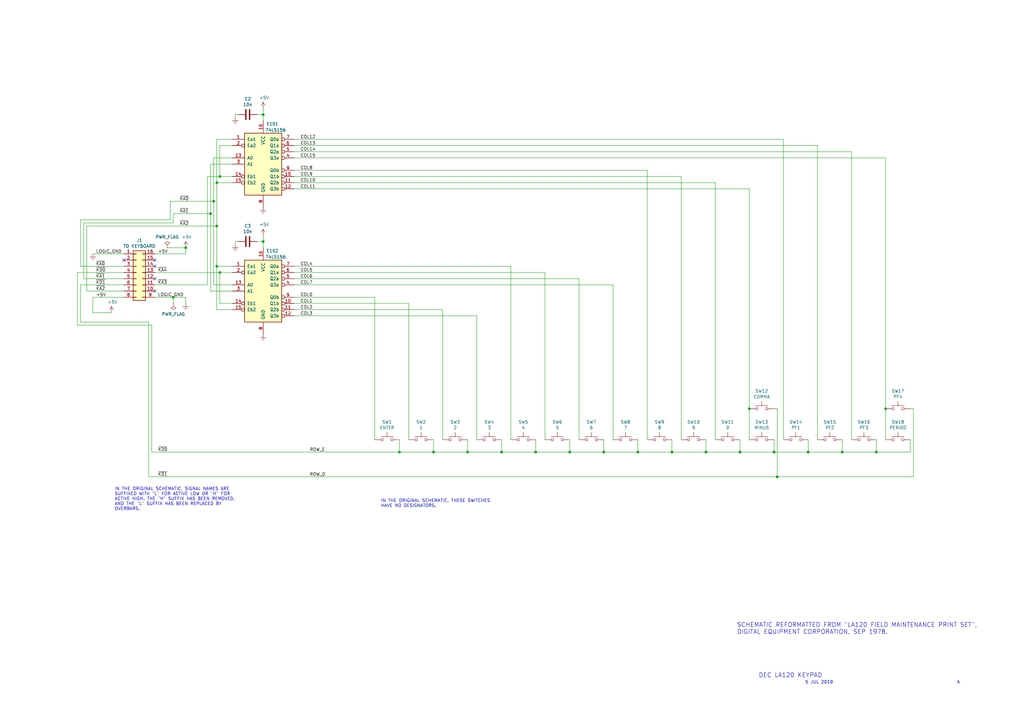
<source format=kicad_sch>
(kicad_sch (version 20230121) (generator eeschema)
  (paper "A3")
  (lib_symbols
    (symbol "74xx:74LS156" (pin_names (offset 1.016))
      (property "Reference" "U" (at -7.62 13.97 0))
      (property "Value" "74LS156" (at -7.62 -13.97 0))
      (symbol "74LS156_1_0"
        (pin input line (at -12.7 10.16 0) (length 5.08) (name "Ea1") (number "1"))
        (pin output inverted (at 12.7 -5.08 180) (length 5.08) (name "Q1b") (number "10"))
        (pin output inverted (at 12.7 -7.62 180) (length 5.08) (name "Q2b") (number "11"))
        (pin output inverted (at 12.7 -10.16 180) (length 5.08) (name "Q3b") (number "12"))
        (pin input line (at -12.7 2.54 0) (length 5.08) (name "A0") (number "13"))
        (pin input inverted (at -12.7 -5.08 0) (length 5.08) (name "Eb1") (number "14"))
        (pin input inverted (at -12.7 -7.62 0) (length 5.08) (name "Eb2") (number "15"))
        (pin power_in line (at 0 17.78 270) (length 5.08) (name "VCC") (number "16"))
        (pin input inverted (at -12.7 7.62 0) (length 5.08) (name "Ea2") (number "2"))
        (pin input line (at -12.7 0 0) (length 5.08) (name "A1") (number "3"))
        (pin output inverted (at 12.7 2.54 180) (length 5.08) (name "Q3a") (number "4"))
        (pin output inverted (at 12.7 5.08 180) (length 5.08) (name "Q2a") (number "5"))
        (pin output inverted (at 12.7 7.62 180) (length 5.08) (name "Q1a") (number "6"))
        (pin output inverted (at 12.7 10.16 180) (length 5.08) (name "Q0a") (number "7"))
        (pin power_in line (at 0 -17.78 90) (length 5.08) (name "GND") (number "8"))
        (pin output inverted (at 12.7 -2.54 180) (length 5.08) (name "Q0b") (number "9"))
      )
      (symbol "74LS156_1_1"
        (rectangle (start -7.62 12.7) (end 7.62 -12.7) (stroke (width 0.254)) (fill (type background)))
      )
    )
    (symbol "Connector_Generic:Conn_02x08_Counter_Clockwise" (pin_names (offset 1.016) hide)
      (property "Reference" "J" (at 1.27 10.16 0))
      (property "Value" "Conn_02x08_Counter_Clockwise" (at 1.27 -12.7 0))
      (symbol "Conn_02x08_Counter_Clockwise_1_1"
        (rectangle (start -1.27 -10.033) (end 0 -10.287) (stroke (width 0.1524)))
        (rectangle (start -1.27 -7.493) (end 0 -7.747) (stroke (width 0.1524)))
        (rectangle (start -1.27 -4.953) (end 0 -5.207) (stroke (width 0.1524)))
        (rectangle (start -1.27 -2.413) (end 0 -2.667) (stroke (width 0.1524)))
        (rectangle (start -1.27 0.127) (end 0 -0.127) (stroke (width 0.1524)))
        (rectangle (start -1.27 2.667) (end 0 2.413) (stroke (width 0.1524)))
        (rectangle (start -1.27 5.207) (end 0 4.953) (stroke (width 0.1524)))
        (rectangle (start -1.27 7.747) (end 0 7.493) (stroke (width 0.1524)))
        (rectangle (start -1.27 8.89) (end 3.81 -11.43) (stroke (width 0.254)) (fill (type background)))
        (rectangle (start 3.81 -10.033) (end 2.54 -10.287) (stroke (width 0.1524)))
        (rectangle (start 3.81 -7.493) (end 2.54 -7.747) (stroke (width 0.1524)))
        (rectangle (start 3.81 -4.953) (end 2.54 -5.207) (stroke (width 0.1524)))
        (rectangle (start 3.81 -2.413) (end 2.54 -2.667) (stroke (width 0.1524)))
        (rectangle (start 3.81 0.127) (end 2.54 -0.127) (stroke (width 0.1524)))
        (rectangle (start 3.81 2.667) (end 2.54 2.413) (stroke (width 0.1524)))
        (rectangle (start 3.81 5.207) (end 2.54 4.953) (stroke (width 0.1524)))
        (rectangle (start 3.81 7.747) (end 2.54 7.493) (stroke (width 0.1524)))
        (pin passive line (at -5.08 7.62 0) (length 3.81) (name "Pin_1") (number "1"))
        (pin passive line (at 7.62 -7.62 180) (length 3.81) (name "Pin_10") (number "10"))
        (pin passive line (at 7.62 -5.08 180) (length 3.81) (name "Pin_11") (number "11"))
        (pin passive line (at 7.62 -2.54 180) (length 3.81) (name "Pin_12") (number "12"))
        (pin passive line (at 7.62 0 180) (length 3.81) (name "Pin_13") (number "13"))
        (pin passive line (at 7.62 2.54 180) (length 3.81) (name "Pin_14") (number "14"))
        (pin passive line (at 7.62 5.08 180) (length 3.81) (name "Pin_15") (number "15"))
        (pin passive line (at 7.62 7.62 180) (length 3.81) (name "Pin_16") (number "16"))
        (pin passive line (at -5.08 5.08 0) (length 3.81) (name "Pin_2") (number "2"))
        (pin passive line (at -5.08 2.54 0) (length 3.81) (name "Pin_3") (number "3"))
        (pin passive line (at -5.08 0 0) (length 3.81) (name "Pin_4") (number "4"))
        (pin passive line (at -5.08 -2.54 0) (length 3.81) (name "Pin_5") (number "5"))
        (pin passive line (at -5.08 -5.08 0) (length 3.81) (name "Pin_6") (number "6"))
        (pin passive line (at -5.08 -7.62 0) (length 3.81) (name "Pin_7") (number "7"))
        (pin passive line (at -5.08 -10.16 0) (length 3.81) (name "Pin_8") (number "8"))
        (pin passive line (at 7.62 -10.16 180) (length 3.81) (name "Pin_9") (number "9"))
      )
    )
    (symbol "Device:C" (pin_numbers hide) (pin_names (offset 0.254))
      (property "Reference" "C" (at 0.635 2.54 0))
      (property "Value" "C" (at 0.635 -2.54 0))
      (symbol "C_0_1"
        (polyline (pts (xy -2.032 -0.762) (xy 2.032 -0.762)) (stroke (width 0.508)))
        (polyline (pts (xy -2.032 0.762) (xy 2.032 0.762)) (stroke (width 0.508)))
      )
      (symbol "C_1_1"
        (pin passive line (at 0 3.81 270) (length 2.794) (name "~") (number "1"))
        (pin passive line (at 0 -3.81 90) (length 2.794) (name "~") (number "2"))
      )
    )
    (symbol "Switch:SW_Push" (pin_numbers hide) (pin_names (offset 1.016) hide)
      (property "Reference" "SW" (at 1.27 2.54 0))
      (property "Value" "SW_Push" (at 0 -1.524 0))
      (symbol "SW_Push_0_1"
        (circle (center -2.032 0) (radius 0.508))
        (polyline (pts (xy 0 1.27) (xy 0 3.048)))
        (polyline (pts (xy 2.54 1.27) (xy -2.54 1.27)))
        (circle (center 2.032 0) (radius 0.508))
        (pin passive line (at -5.08 0 0) (length 2.54) (name "1") (number "1"))
        (pin passive line (at 5.08 0 180) (length 2.54) (name "2") (number "2"))
      )
    )
    (symbol "power:+5V" (power) (pin_names (offset 0))
      (property "Value" "+5V" (at 0 3.556 0))
      (symbol "+5V_0_1"
        (polyline (pts (xy -0.762 1.27) (xy 0 2.54)))
        (polyline (pts (xy 0 0) (xy 0 2.54)))
        (polyline (pts (xy 0 2.54) (xy 0.762 1.27)))
      )
      (symbol "+5V_1_1"
        (pin power_in line (at 0 0 90) (length 0) hide (name "+5V") (number "1"))
      )
    )
    (symbol "power:GNDREF" (power) (pin_names (offset 0))
      (property "Value" "GNDREF" (at 0 -3.81 0))
      (symbol "GNDREF_0_1"
        (polyline (pts (xy -0.635 -1.905) (xy 0.635 -1.905)))
        (polyline (pts (xy -0.127 -2.54) (xy 0.127 -2.54)))
        (polyline (pts (xy 0 -1.27) (xy 0 0)))
        (polyline (pts (xy 1.27 -1.27) (xy -1.27 -1.27)))
      )
      (symbol "GNDREF_1_1"
        (pin power_in line (at 0 0 270) (length 0) hide (name "GNDREF") (number "1"))
      )
    )
    (symbol "power:PWR_FLAG" (power) (pin_numbers hide) (pin_names (offset 0) hide)
      (property "Value" "PWR_FLAG" (at 0 3.81 0))
      (symbol "PWR_FLAG_0_0"
        (pin power_out line (at 0 0 90) (length 0) (name "pwr") (number "1"))
      )
      (symbol "PWR_FLAG_0_1"
        (polyline (pts (xy 0 0) (xy 0 1.27) (xy -1.016 1.905) (xy 0 2.54) (xy 1.016 1.905) (xy 0 1.27)))
      )
    )
  )
  (junction (at 261.62 185.42))
  (junction (at 318.77 195.58))
  (junction (at 107.95 46.99))
  (junction (at 191.77 185.42))
  (junction (at 88.9 109.22))
  (junction (at 88.9 92.71))
  (junction (at 76.2 101.6))
  (junction (at 86.36 87.63))
  (junction (at 205.74 185.42))
  (junction (at 71.12 121.92))
  (junction (at 363.22 167.64))
  (junction (at 87.63 82.55))
  (junction (at 303.53 185.42))
  (junction (at 88.9 74.93))
  (junction (at 177.8 185.42))
  (junction (at 345.44 185.42))
  (junction (at 107.95 99.06))
  (junction (at 163.83 185.42))
  (junction (at 219.71 185.42))
  (junction (at 90.17 72.39))
  (junction (at 317.5 185.42))
  (junction (at 359.41 185.42))
  (junction (at 289.56 185.42))
  (junction (at 90.17 111.76))
  (junction (at 275.59 185.42))
  (junction (at 331.47 185.42))
  (junction (at 247.65 185.42))
  (junction (at 307.34 167.64))
  (junction (at 233.68 185.42))
  (no_connect (at 63.5 109.22))
  (no_connect (at 63.5 114.3))
  (no_connect (at 63.5 106.68))
  (no_connect (at 50.8 106.68))
  (no_connect (at 63.5 119.38))
  (wire (pts (xy 233.68 185.42) (xy 247.65 185.42)))
  (wire (pts (xy 31.75 133.35) (xy 62.23 133.35)))
  (wire (pts (xy 87.63 116.84) (xy 95.25 116.84)))
  (wire (pts (xy 88.9 74.93) (xy 88.9 57.15)))
  (wire (pts (xy 87.63 64.77) (xy 87.63 82.55)))
  (wire (pts (xy 88.9 109.22) (xy 88.9 127)))
  (wire (pts (xy 120.65 129.54) (xy 195.58 129.54)))
  (wire (pts (xy 163.83 180.34) (xy 163.83 185.42)))
  (wire (pts (xy 335.28 59.69) (xy 335.28 180.34)))
  (wire (pts (xy 107.95 99.06) (xy 107.95 96.52)))
  (wire (pts (xy 191.77 185.42) (xy 191.77 180.34)))
  (wire (pts (xy 107.95 46.99) (xy 107.95 44.45)))
  (wire (pts (xy 289.56 185.42) (xy 289.56 180.34)))
  (wire (pts (xy 107.95 99.06) (xy 107.95 101.6)))
  (wire (pts (xy 181.61 127) (xy 181.61 180.34)))
  (wire (pts (xy 63.5 104.14) (xy 76.2 104.14)))
  (wire (pts (xy 105.41 99.06) (xy 107.95 99.06)))
  (wire (pts (xy 205.74 180.34) (xy 205.74 185.42)))
  (wire (pts (xy 86.36 67.31) (xy 95.25 67.31)))
  (wire (pts (xy 247.65 185.42) (xy 261.62 185.42)))
  (wire (pts (xy 69.85 90.17) (xy 69.85 82.55)))
  (wire (pts (xy 233.68 180.34) (xy 233.68 185.42)))
  (wire (pts (xy 95.25 74.93) (xy 88.9 74.93)))
  (wire (pts (xy 191.77 185.42) (xy 205.74 185.42)))
  (wire (pts (xy 359.41 180.34) (xy 359.41 185.42)))
  (wire (pts (xy 71.12 91.44) (xy 71.12 87.63)))
  (wire (pts (xy 96.52 99.06) (xy 96.52 100.33)))
  (wire (pts (xy 76.2 104.14) (xy 76.2 101.6)))
  (wire (pts (xy 120.65 116.84) (xy 251.46 116.84)))
  (wire (pts (xy 90.17 124.46) (xy 95.25 124.46)))
  (wire (pts (xy 120.65 121.92) (xy 153.67 121.92)))
  (wire (pts (xy 261.62 185.42) (xy 275.59 185.42)))
  (wire (pts (xy 317.5 185.42) (xy 331.47 185.42)))
  (wire (pts (xy 33.02 116.84) (xy 33.02 132.08)))
  (wire (pts (xy 120.65 111.76) (xy 223.52 111.76)))
  (wire (pts (xy 120.65 62.23) (xy 349.25 62.23)))
  (wire (pts (xy 279.4 72.39) (xy 279.4 180.34)))
  (wire (pts (xy 86.36 87.63) (xy 86.36 67.31)))
  (wire (pts (xy 69.85 82.55) (xy 87.63 82.55)))
  (wire (pts (xy 88.9 57.15) (xy 95.25 57.15)))
  (wire (pts (xy 163.83 185.42) (xy 177.8 185.42)))
  (wire (pts (xy 31.75 111.76) (xy 50.8 111.76)))
  (wire (pts (xy 31.75 111.76) (xy 31.75 133.35)))
  (wire (pts (xy 35.56 119.38) (xy 35.56 92.71)))
  (wire (pts (xy 50.8 104.14) (xy 38.1 104.14)))
  (wire (pts (xy 318.77 167.64) (xy 317.5 167.64)))
  (wire (pts (xy 95.25 64.77) (xy 87.63 64.77)))
  (wire (pts (xy 345.44 185.42) (xy 359.41 185.42)))
  (wire (pts (xy 120.65 77.47) (xy 307.34 77.47)))
  (wire (pts (xy 120.65 72.39) (xy 279.4 72.39)))
  (wire (pts (xy 90.17 72.39) (xy 85.09 72.39)))
  (wire (pts (xy 33.02 109.22) (xy 50.8 109.22)))
  (wire (pts (xy 95.25 59.69) (xy 90.17 59.69)))
  (wire (pts (xy 374.65 195.58) (xy 374.65 167.64)))
  (wire (pts (xy 90.17 59.69) (xy 90.17 72.39)))
  (wire (pts (xy 87.63 82.55) (xy 87.63 116.84)))
  (wire (pts (xy 96.52 46.99) (xy 96.52 48.26)))
  (wire (pts (xy 120.65 64.77) (xy 363.22 64.77)))
  (wire (pts (xy 33.02 90.17) (xy 69.85 90.17)))
  (wire (pts (xy 363.22 180.34) (xy 363.22 167.64)))
  (wire (pts (xy 60.96 195.58) (xy 318.77 195.58)))
  (wire (pts (xy 88.9 92.71) (xy 88.9 109.22)))
  (wire (pts (xy 71.12 121.92) (xy 71.12 124.46)))
  (wire (pts (xy 62.23 185.42) (xy 62.23 133.35)))
  (wire (pts (xy 60.96 132.08) (xy 60.96 195.58)))
  (wire (pts (xy 163.83 185.42) (xy 62.23 185.42)))
  (wire (pts (xy 251.46 116.84) (xy 251.46 180.34)))
  (wire (pts (xy 177.8 185.42) (xy 191.77 185.42)))
  (wire (pts (xy 95.25 111.76) (xy 90.17 111.76)))
  (wire (pts (xy 107.95 46.99) (xy 107.95 49.53)))
  (wire (pts (xy 68.58 101.6) (xy 76.2 101.6)))
  (wire (pts (xy 71.12 87.63) (xy 86.36 87.63)))
  (wire (pts (xy 63.5 111.76) (xy 90.17 111.76)))
  (wire (pts (xy 120.65 114.3) (xy 237.49 114.3)))
  (wire (pts (xy 120.65 109.22) (xy 209.55 109.22)))
  (wire (pts (xy 120.65 74.93) (xy 293.37 74.93)))
  (wire (pts (xy 261.62 180.34) (xy 261.62 185.42)))
  (wire (pts (xy 76.2 121.92) (xy 76.2 124.46)))
  (wire (pts (xy 33.02 116.84) (xy 50.8 116.84)))
  (wire (pts (xy 95.25 119.38) (xy 86.36 119.38)))
  (wire (pts (xy 90.17 111.76) (xy 90.17 124.46)))
  (wire (pts (xy 303.53 180.34) (xy 303.53 185.42)))
  (wire (pts (xy 374.65 167.64) (xy 373.38 167.64)))
  (wire (pts (xy 63.5 121.92) (xy 71.12 121.92)))
  (wire (pts (xy 318.77 195.58) (xy 318.77 167.64)))
  (wire (pts (xy 219.71 185.42) (xy 219.71 180.34)))
  (wire (pts (xy 50.8 121.92) (xy 38.1 121.92)))
  (wire (pts (xy 120.65 59.69) (xy 335.28 59.69)))
  (wire (pts (xy 167.64 124.46) (xy 167.64 180.34)))
  (wire (pts (xy 275.59 180.34) (xy 275.59 185.42)))
  (wire (pts (xy 38.1 128.27) (xy 45.72 128.27)))
  (wire (pts (xy 209.55 109.22) (xy 209.55 180.34)))
  (wire (pts (xy 247.65 185.42) (xy 247.65 180.34)))
  (wire (pts (xy 303.53 185.42) (xy 317.5 185.42)))
  (wire (pts (xy 33.02 132.08) (xy 60.96 132.08)))
  (wire (pts (xy 34.29 91.44) (xy 71.12 91.44)))
  (wire (pts (xy 35.56 119.38) (xy 50.8 119.38)))
  (wire (pts (xy 223.52 111.76) (xy 223.52 180.34)))
  (wire (pts (xy 317.5 185.42) (xy 317.5 180.34)))
  (wire (pts (xy 35.56 92.71) (xy 88.9 92.71)))
  (wire (pts (xy 63.5 116.84) (xy 85.09 116.84)))
  (wire (pts (xy 345.44 185.42) (xy 345.44 180.34)))
  (wire (pts (xy 307.34 77.47) (xy 307.34 167.64)))
  (wire (pts (xy 219.71 185.42) (xy 233.68 185.42)))
  (wire (pts (xy 120.65 57.15) (xy 321.31 57.15)))
  (wire (pts (xy 293.37 74.93) (xy 293.37 180.34)))
  (wire (pts (xy 105.41 46.99) (xy 107.95 46.99)))
  (wire (pts (xy 88.9 127) (xy 95.25 127)))
  (wire (pts (xy 373.38 185.42) (xy 373.38 180.34)))
  (wire (pts (xy 86.36 119.38) (xy 86.36 87.63)))
  (wire (pts (xy 307.34 180.34) (xy 307.34 167.64)))
  (wire (pts (xy 363.22 64.77) (xy 363.22 167.64)))
  (wire (pts (xy 331.47 180.34) (xy 331.47 185.42)))
  (wire (pts (xy 237.49 114.3) (xy 237.49 180.34)))
  (wire (pts (xy 265.43 69.85) (xy 265.43 180.34)))
  (wire (pts (xy 289.56 185.42) (xy 303.53 185.42)))
  (wire (pts (xy 97.79 46.99) (xy 96.52 46.99)))
  (wire (pts (xy 88.9 74.93) (xy 88.9 92.71)))
  (wire (pts (xy 349.25 62.23) (xy 349.25 180.34)))
  (wire (pts (xy 120.65 127) (xy 181.61 127)))
  (wire (pts (xy 195.58 129.54) (xy 195.58 180.34)))
  (wire (pts (xy 97.79 99.06) (xy 96.52 99.06)))
  (wire (pts (xy 33.02 109.22) (xy 33.02 90.17)))
  (wire (pts (xy 153.67 121.92) (xy 153.67 180.34)))
  (wire (pts (xy 120.65 69.85) (xy 265.43 69.85)))
  (wire (pts (xy 331.47 185.42) (xy 345.44 185.42)))
  (wire (pts (xy 34.29 114.3) (xy 34.29 91.44)))
  (wire (pts (xy 85.09 116.84) (xy 85.09 72.39)))
  (wire (pts (xy 321.31 57.15) (xy 321.31 180.34)))
  (wire (pts (xy 71.12 121.92) (xy 76.2 121.92)))
  (wire (pts (xy 318.77 195.58) (xy 374.65 195.58)))
  (wire (pts (xy 359.41 185.42) (xy 373.38 185.42)))
  (wire (pts (xy 120.65 124.46) (xy 167.64 124.46)))
  (wire (pts (xy 177.8 180.34) (xy 177.8 185.42)))
  (wire (pts (xy 95.25 109.22) (xy 88.9 109.22)))
  (wire (pts (xy 90.17 72.39) (xy 95.25 72.39)))
  (wire (pts (xy 205.74 185.42) (xy 219.71 185.42)))
  (wire (pts (xy 34.29 114.3) (xy 50.8 114.3)))
  (wire (pts (xy 38.1 121.92) (xy 38.1 128.27)))
  (wire (pts (xy 275.59 185.42) (xy 289.56 185.42)))
  (text "5 JUL 2019" (at 330.2 280.67 0) (effects (font (size 1.27 1.27)) (justify left bottom)))
  (text "IN THE ORIGINAL SCHEMATIC, THESE SWITCHES\nHAVE NO DESIGNATORS." (at 156.21 208.28 0) (effects (font (size 1.27 1.27)) (justify left bottom)))
  (text "DEC LA120 KEYPAD" (at 311.15 278.13 0) (effects (font (size 1.778 1.778)) (justify left bottom)))
  (text "IN THE ORIGINAL SCHEMATIC, SIGNAL NAMES ARE\nSUFFIXED WITH \"L\" FOR ACTIVE LOW OR \"H\" FOR\nACTIVE HIGH. THE \"H\" SUFFIX HAS BEEN REMOVED,\nAND THE \"L\" SUFFIX HAS BEEN REPLACED BY\nOVERBARS." (at 46.99 209.55 0) (effects (font (size 1.27 1.27)) (justify left bottom)))
  (text "SCHEMATIC REFORMATTED FROM \"LA120 FIELD MAINTENANCE PRINT SET\",\nDIGITAL EQUIPMENT CORPORATION, SEP 1978." (at 302.26 260.35 0) (effects (font (size 1.778 1.778)) (justify left bottom)))
  (text "A" (at 392.43 280.67 0) (effects (font (size 1.27 1.27)) (justify left bottom)))
  (label "COL15" (at 123.19 64.77 0))
  (label "~{KD1}" (at 64.77 195.58 0))
  (label "COL10" (at 123.19 74.93 0))
  (label "+5V" (at 39.37 121.92 0))
  (label "COL9" (at 123.19 72.39 0))
  (label "COL5" (at 123.19 111.76 0))
  (label "COL0" (at 123.19 121.92 0))
  (label "~{KA0}" (at 39.37 109.22 0))
  (label "~{KA3}" (at 64.77 116.84 0))
  (label "~{KD0}" (at 64.77 185.42 0))
  (label "COL12" (at 123.19 57.15 0))
  (label "COL11" (at 123.19 77.47 0))
  (label "ROW_D" (at 127 195.58 0))
  (label "COL3" (at 123.19 129.54 0))
  (label "+5V" (at 64.77 104.14 0))
  (label "COL2" (at 123.19 127 0))
  (label "~{KD1}" (at 39.37 116.84 0))
  (label "COL13" (at 123.19 59.69 0))
  (label "ROW_E" (at 127 185.42 0))
  (label "COL7" (at 123.19 116.84 0))
  (label "~{KA2}" (at 39.37 119.38 0))
  (label "COL8" (at 123.19 69.85 0))
  (label "~{KD0}" (at 39.37 111.76 0))
  (label "COL1" (at 123.19 124.46 0))
  (label "COL4" (at 123.19 109.22 0))
  (label "~{KA1}" (at 73.66 87.63 0))
  (label "~{KA4}" (at 64.77 111.76 0))
  (label "~{KA2}" (at 73.66 92.71 0))
  (label "COL6" (at 123.19 114.3 0))
  (label "LOGIC_GND" (at 39.37 104.14 0))
  (label "~{KA1}" (at 39.37 114.3 0))
  (label "COL14" (at 123.19 62.23 0))
  (label "~{KA0}" (at 73.66 82.55 0))
  (label "LOGIC_GND" (at 64.77 121.92 0))
  (symbol (lib_id "Switch:SW_Push") (at 158.75 180.34 0) (unit 1)
    (property "Reference" "SW1" (at 158.75 173.101 0))
    (property "Value" "ENTER" (at 158.75 175.4124 0))
  )
  (symbol (lib_id "Switch:SW_Push") (at 172.72 180.34 0) (unit 1)
    (property "Reference" "SW2" (at 172.72 173.101 0))
    (property "Value" "1" (at 172.72 175.4124 0))
  )
  (symbol (lib_id "Switch:SW_Push") (at 186.69 180.34 0) (unit 1)
    (property "Reference" "SW3" (at 186.69 173.101 0))
    (property "Value" "2" (at 186.69 175.4124 0))
  )
  (symbol (lib_id "Switch:SW_Push") (at 200.66 180.34 0) (unit 1)
    (property "Reference" "SW4" (at 200.66 173.101 0))
    (property "Value" "3" (at 200.66 175.4124 0))
  )
  (symbol (lib_id "Switch:SW_Push") (at 214.63 180.34 0) (unit 1)
    (property "Reference" "SW5" (at 214.63 173.101 0))
    (property "Value" "4" (at 214.63 175.4124 0))
  )
  (symbol (lib_id "Switch:SW_Push") (at 228.6 180.34 0) (unit 1)
    (property "Reference" "SW6" (at 228.6 173.101 0))
    (property "Value" "5" (at 228.6 175.4124 0))
  )
  (symbol (lib_id "Switch:SW_Push") (at 242.57 180.34 0) (unit 1)
    (property "Reference" "SW7" (at 242.57 173.101 0))
    (property "Value" "6" (at 242.57 175.4124 0))
  )
  (symbol (lib_id "Switch:SW_Push") (at 256.54 180.34 0) (unit 1)
    (property "Reference" "SW8" (at 256.54 173.101 0))
    (property "Value" "7" (at 256.54 175.4124 0))
  )
  (symbol (lib_id "Switch:SW_Push") (at 270.51 180.34 0) (unit 1)
    (property "Reference" "SW9" (at 270.51 173.101 0))
    (property "Value" "8" (at 270.51 175.4124 0))
  )
  (symbol (lib_id "Switch:SW_Push") (at 284.48 180.34 0) (unit 1)
    (property "Reference" "SW10" (at 284.48 173.101 0))
    (property "Value" "9" (at 284.48 175.4124 0))
  )
  (symbol (lib_id "Switch:SW_Push") (at 298.45 180.34 0) (unit 1)
    (property "Reference" "SW11" (at 298.45 173.101 0))
    (property "Value" "0" (at 298.45 175.4124 0))
  )
  (symbol (lib_id "Switch:SW_Push") (at 312.42 180.34 0) (unit 1)
    (property "Reference" "SW13" (at 312.42 173.101 0))
    (property "Value" "MINUS" (at 312.42 175.4124 0))
  )
  (symbol (lib_id "Switch:SW_Push") (at 312.42 167.64 0) (unit 1)
    (property "Reference" "SW12" (at 312.42 160.401 0))
    (property "Value" "COMMA" (at 312.42 162.7124 0))
  )
  (symbol (lib_id "Switch:SW_Push") (at 326.39 180.34 0) (unit 1)
    (property "Reference" "SW14" (at 326.39 173.101 0))
    (property "Value" "PF1" (at 326.39 175.4124 0))
  )
  (symbol (lib_id "Switch:SW_Push") (at 340.36 180.34 0) (unit 1)
    (property "Reference" "SW15" (at 340.36 173.101 0))
    (property "Value" "PF2" (at 340.36 175.4124 0))
  )
  (symbol (lib_id "Switch:SW_Push") (at 354.33 180.34 0) (unit 1)
    (property "Reference" "SW16" (at 354.33 173.101 0))
    (property "Value" "PF3" (at 354.33 175.4124 0))
  )
  (symbol (lib_id "Switch:SW_Push") (at 368.3 180.34 0) (unit 1)
    (property "Reference" "SW18" (at 368.3 173.101 0))
    (property "Value" "PERIOD" (at 368.3 175.4124 0))
  )
  (symbol (lib_id "Switch:SW_Push") (at 368.3 167.64 0) (unit 1)
    (property "Reference" "SW17" (at 368.3 160.401 0))
    (property "Value" "PF4" (at 368.3 162.7124 0))
  )
  (symbol (lib_id "74xx:74LS156") (at 107.95 67.31 0) (unit 1)
    (property "Reference" "E101" (at 111.76 50.8 0))
    (property "Value" "74LS156" (at 113.03 53.34 0))
    (property "Datasheet" "http://www.ti.com/lit/gpn/sn74LS156" (effects hide))
  )
  (symbol (lib_id "power:+5V") (at 107.95 44.45 0) (unit 1)
    (property "Reference" "#PWR0101" (effects hide))
    (property "Value" "+5V" (at 108.331 40.0558 0))
  )
  (symbol (lib_id "power:GNDREF") (at 107.95 85.09 0) (unit 1)
    (property "Reference" "#PWR0102" (effects hide))
    (property "Value" "GNDREF" (effects hide))
  )
  (symbol (lib_id "74xx:74LS156") (at 107.95 119.38 0) (unit 1)
    (property "Reference" "E102" (at 111.76 102.87 0))
    (property "Value" "74LS156" (at 113.03 105.41 0))
    (property "Datasheet" "http://www.ti.com/lit/gpn/sn74LS156" (effects hide))
  )
  (symbol (lib_id "power:GNDREF") (at 107.95 137.16 0) (unit 1)
    (property "Reference" "#PWR0103" (effects hide))
    (property "Value" "GNDREF" (effects hide))
  )
  (symbol (lib_id "Device:C") (at 101.6 46.99 270) (unit 1)
    (property "Reference" "C2" (at 101.6 40.5892 90))
    (property "Value" "10n" (at 101.6 42.9006 90))
  )
  (symbol (lib_id "power:GNDREF") (at 96.52 48.26 0) (unit 1)
    (property "Reference" "#PWR0104" (effects hide))
    (property "Value" "GNDREF" (effects hide))
  )
  (symbol (lib_id "power:+5V") (at 107.95 96.52 0) (unit 1)
    (property "Reference" "#PWR0105" (effects hide))
    (property "Value" "+5V" (at 108.331 92.1258 0))
  )
  (symbol (lib_id "Device:C") (at 101.6 99.06 270) (unit 1)
    (property "Reference" "C3" (at 101.6 92.6592 90))
    (property "Value" "10n" (at 101.6 94.9706 90))
  )
  (symbol (lib_id "power:GNDREF") (at 96.52 100.33 0) (unit 1)
    (property "Reference" "#PWR0106" (effects hide))
    (property "Value" "GNDREF" (effects hide))
  )
  (symbol (lib_id "power:GNDREF") (at 76.2 124.46 0) (unit 1)
    (property "Reference" "#PWR0107" (effects hide))
    (property "Value" "GNDREF" (effects hide))
  )
  (symbol (lib_id "power:+5V") (at 76.2 101.6 0) (unit 1)
    (property "Reference" "#PWR0108" (effects hide))
    (property "Value" "+5V" (at 76.581 97.2058 0))
  )
  (symbol (lib_id "Connector_Generic:Conn_02x08_Counter_Clockwise") (at 55.88 111.76 0) (unit 1)
    (property "Reference" "J1" (at 57.15 98.6282 0))
    (property "Value" "TO KEYBOARD" (at 57.15 100.9396 0))
  )
  (symbol (lib_id "power:PWR_FLAG") (at 71.12 124.46 180) (unit 1)
    (property "Reference" "#FLG0101" (effects hide))
    (property "Value" "PWR_FLAG" (at 71.12 128.8542 0))
  )
  (symbol (lib_id "power:PWR_FLAG") (at 68.58 101.6 0) (unit 1)
    (property "Reference" "#FLG0102" (effects hide))
    (property "Value" "PWR_FLAG" (at 68.58 97.2058 0))
  )
  (symbol (lib_id "power:GNDREF") (at 38.1 104.14 0) (unit 1)
    (property "Reference" "#PWR?" (effects hide))
    (property "Value" "GNDREF" (effects hide))
  )
  (symbol (lib_id "power:+5V") (at 45.72 128.27 0) (unit 1)
    (property "Reference" "#PWR?" (effects hide))
    (property "Value" "+5V" (at 46.101 123.8758 0))
  )
)
</source>
